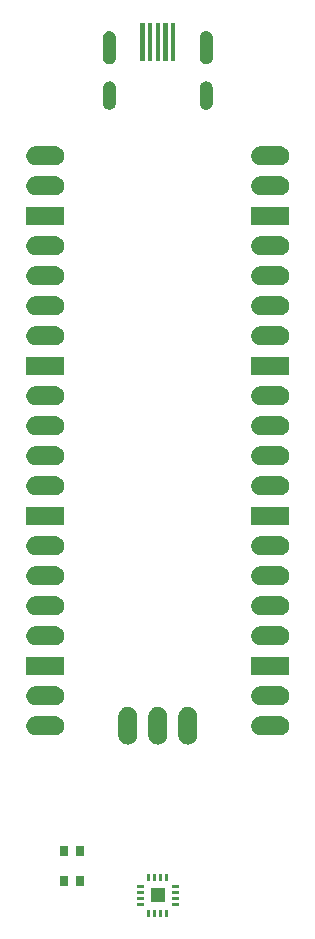
<source format=gtp>
G04 Layer: TopPasteMaskLayer*
G04 EasyEDA v6.5.40, 2024-10-05 13:30:00*
G04 a67cddfb3fce44daa9051d46cbbcc19f,10*
G04 Gerber Generator version 0.2*
G04 Scale: 100 percent, Rotated: No, Reflected: No *
G04 Dimensions in millimeters *
G04 leading zeros omitted , absolute positions ,4 integer and 5 decimal *
%FSLAX45Y45*%
%MOMM*%

%AMMACRO1*4,1,4,-1.5999,-0.8,-1.5999,0.8,1.5999,0.8,1.5999,-0.8,-1.5999,-0.8,0*%
%AMMACRO2*4,1,4,-1.5999,-0.8001,-1.5999,0.8001,1.5999,0.8001,1.5999,-0.8001,-1.5999,-0.8001,0*%
%ADD10R,0.8000X0.9000*%
%ADD11MACRO1*%
%ADD12MACRO2*%

%LPD*%
G36*
X1140002Y1059992D02*
G01*
X1140002Y940003D01*
X1259992Y940003D01*
X1259992Y1059992D01*
G37*
G36*
X1262329Y1179982D02*
G01*
X1262329Y1119987D01*
X1287322Y1119987D01*
X1287322Y1179982D01*
G37*
G36*
X1212342Y1179982D02*
G01*
X1212342Y1119987D01*
X1237335Y1119987D01*
X1237335Y1179982D01*
G37*
G36*
X1162354Y1179982D02*
G01*
X1162354Y1119987D01*
X1187348Y1119987D01*
X1187348Y1179982D01*
G37*
G36*
X1112367Y1179982D02*
G01*
X1112367Y1119987D01*
X1137361Y1119987D01*
X1137361Y1179982D01*
G37*
G36*
X1020013Y1087272D02*
G01*
X1020013Y1062278D01*
X1080008Y1062278D01*
X1080008Y1087272D01*
G37*
G36*
X1020013Y1037285D02*
G01*
X1020013Y1012291D01*
X1080008Y1012291D01*
X1080008Y1037285D01*
G37*
G36*
X1020013Y987298D02*
G01*
X1020013Y962304D01*
X1080008Y962304D01*
X1080008Y987298D01*
G37*
G36*
X1020013Y937310D02*
G01*
X1020013Y912266D01*
X1080008Y912266D01*
X1080008Y937310D01*
G37*
G36*
X1112520Y880008D02*
G01*
X1112520Y820013D01*
X1137513Y820013D01*
X1137513Y880008D01*
G37*
G36*
X1162507Y880008D02*
G01*
X1162507Y820013D01*
X1187500Y820013D01*
X1187500Y880008D01*
G37*
G36*
X1212494Y880008D02*
G01*
X1212494Y820013D01*
X1237488Y820013D01*
X1237488Y880008D01*
G37*
G36*
X1262329Y880008D02*
G01*
X1262329Y820013D01*
X1287322Y820013D01*
X1287322Y880008D01*
G37*
G36*
X1319987Y937310D02*
G01*
X1319987Y912266D01*
X1379982Y912266D01*
X1379982Y937310D01*
G37*
G36*
X1319987Y987298D02*
G01*
X1319987Y962304D01*
X1379982Y962304D01*
X1379982Y987298D01*
G37*
G36*
X1319987Y1037285D02*
G01*
X1319987Y1012291D01*
X1379982Y1012291D01*
X1379982Y1037285D01*
G37*
G36*
X1319987Y1087272D02*
G01*
X1319987Y1062278D01*
X1379982Y1062278D01*
X1379982Y1087272D01*
G37*
G36*
X1052372Y8390128D02*
G01*
X1052372Y8065109D01*
X1087374Y8065109D01*
X1087374Y8390128D01*
G37*
G36*
X1247394Y8390128D02*
G01*
X1247394Y8065109D01*
X1282395Y8065109D01*
X1282395Y8390128D01*
G37*
G36*
X1117396Y8390128D02*
G01*
X1117396Y8065109D01*
X1152398Y8065109D01*
X1152398Y8390128D01*
G37*
G36*
X1182370Y8390128D02*
G01*
X1182370Y8065109D01*
X1217422Y8065109D01*
X1217422Y8390128D01*
G37*
G36*
X1312418Y8390128D02*
G01*
X1312418Y8065109D01*
X1347419Y8065109D01*
X1347419Y8390128D01*
G37*
G36*
X788517Y8317128D02*
G01*
X783082Y8316722D01*
X777646Y8315756D01*
X772363Y8314283D01*
X767283Y8312251D01*
X762406Y8309762D01*
X757783Y8306765D01*
X753516Y8303361D01*
X749554Y8299551D01*
X746048Y8295335D01*
X742950Y8290814D01*
X740359Y8285988D01*
X738225Y8280958D01*
X736600Y8275726D01*
X735533Y8270341D01*
X734974Y8264855D01*
X734872Y8092135D01*
X735177Y8086648D01*
X735990Y8081213D01*
X737362Y8075930D01*
X739190Y8070748D01*
X741578Y8065820D01*
X744474Y8061147D01*
X747776Y8056778D01*
X751484Y8052765D01*
X755599Y8049107D01*
X760069Y8045907D01*
X764794Y8043164D01*
X769823Y8040928D01*
X775004Y8039201D01*
X780338Y8037982D01*
X785774Y8037271D01*
X791260Y8037169D01*
X796747Y8037575D01*
X802132Y8038490D01*
X807415Y8040014D01*
X812495Y8041995D01*
X817422Y8044484D01*
X821994Y8047481D01*
X826312Y8050885D01*
X830224Y8054695D01*
X833729Y8058912D01*
X836828Y8063433D01*
X839469Y8068259D01*
X841603Y8073339D01*
X843178Y8078571D01*
X844296Y8083956D01*
X844803Y8089392D01*
X844905Y8262112D01*
X844600Y8267598D01*
X843787Y8273034D01*
X842467Y8278317D01*
X840587Y8283498D01*
X838200Y8288426D01*
X835355Y8293100D01*
X832053Y8297468D01*
X828294Y8301481D01*
X824179Y8305139D01*
X819759Y8308340D01*
X814984Y8311083D01*
X810006Y8313318D01*
X804773Y8315096D01*
X799439Y8316315D01*
X794004Y8316975D01*
G37*
G36*
X1608531Y8317128D02*
G01*
X1603044Y8316722D01*
X1597660Y8315756D01*
X1592376Y8314283D01*
X1587296Y8312251D01*
X1582369Y8309762D01*
X1577797Y8306765D01*
X1573479Y8303361D01*
X1569567Y8299551D01*
X1566062Y8295335D01*
X1562963Y8290814D01*
X1560322Y8285988D01*
X1558188Y8280958D01*
X1556613Y8275726D01*
X1555496Y8270341D01*
X1554988Y8264855D01*
X1554886Y8092135D01*
X1555191Y8086648D01*
X1556004Y8081213D01*
X1557324Y8075930D01*
X1559204Y8070748D01*
X1561592Y8065820D01*
X1564436Y8061147D01*
X1567738Y8056778D01*
X1571498Y8052765D01*
X1575612Y8049107D01*
X1580032Y8045907D01*
X1584807Y8043164D01*
X1589786Y8040928D01*
X1595018Y8039201D01*
X1600352Y8037982D01*
X1605788Y8037271D01*
X1611274Y8037169D01*
X1616710Y8037575D01*
X1622145Y8038490D01*
X1627428Y8040014D01*
X1632508Y8041995D01*
X1637385Y8044484D01*
X1642008Y8047481D01*
X1646275Y8050885D01*
X1650238Y8054695D01*
X1653743Y8058912D01*
X1656842Y8063433D01*
X1659432Y8068259D01*
X1661566Y8073339D01*
X1663192Y8078571D01*
X1664258Y8083956D01*
X1664817Y8089392D01*
X1664919Y8262112D01*
X1664614Y8267598D01*
X1663801Y8273034D01*
X1662430Y8278317D01*
X1660601Y8283498D01*
X1658213Y8288426D01*
X1655318Y8293100D01*
X1652016Y8297468D01*
X1648307Y8301481D01*
X1644192Y8305139D01*
X1639722Y8308340D01*
X1634998Y8311083D01*
X1629968Y8313318D01*
X1624787Y8315096D01*
X1619453Y8316315D01*
X1614017Y8316975D01*
G37*
G36*
X788517Y7892135D02*
G01*
X783082Y7891729D01*
X777646Y7890764D01*
X772363Y7889290D01*
X767283Y7887258D01*
X762406Y7884769D01*
X757783Y7881772D01*
X753516Y7878368D01*
X749554Y7874558D01*
X746048Y7870342D01*
X742950Y7865821D01*
X740359Y7860995D01*
X738225Y7855966D01*
X736600Y7850682D01*
X735533Y7845348D01*
X734974Y7839862D01*
X734872Y7707122D01*
X735177Y7701635D01*
X735990Y7696250D01*
X737362Y7690916D01*
X739190Y7685786D01*
X741578Y7680807D01*
X744474Y7676134D01*
X747776Y7671765D01*
X751484Y7667752D01*
X755599Y7664145D01*
X760069Y7660944D01*
X764794Y7658201D01*
X769823Y7655915D01*
X775004Y7654188D01*
X780338Y7652969D01*
X785774Y7652308D01*
X791260Y7652156D01*
X796747Y7652562D01*
X802132Y7653528D01*
X807415Y7655001D01*
X812495Y7656982D01*
X817422Y7659522D01*
X821994Y7662468D01*
X826312Y7665872D01*
X830224Y7669733D01*
X833729Y7673898D01*
X836828Y7678470D01*
X839469Y7683246D01*
X841603Y7688325D01*
X843178Y7693558D01*
X844296Y7698943D01*
X844803Y7704378D01*
X844905Y7837119D01*
X844600Y7842605D01*
X843787Y7848041D01*
X842467Y7853324D01*
X840587Y7858506D01*
X838200Y7863433D01*
X835355Y7868107D01*
X832053Y7872475D01*
X828294Y7876489D01*
X824179Y7880146D01*
X819759Y7883347D01*
X814984Y7886090D01*
X810006Y7888325D01*
X804773Y7890052D01*
X799439Y7891322D01*
X794004Y7891983D01*
G37*
G36*
X1608531Y7892135D02*
G01*
X1603044Y7891729D01*
X1597660Y7890764D01*
X1592376Y7889290D01*
X1587296Y7887258D01*
X1582369Y7884769D01*
X1577797Y7881772D01*
X1573479Y7878368D01*
X1569567Y7874558D01*
X1566062Y7870342D01*
X1562963Y7865821D01*
X1560322Y7860995D01*
X1558188Y7855966D01*
X1556613Y7850682D01*
X1555496Y7845348D01*
X1554988Y7839862D01*
X1554886Y7707122D01*
X1555191Y7701635D01*
X1556004Y7696250D01*
X1557324Y7690916D01*
X1559204Y7685786D01*
X1561592Y7680807D01*
X1564436Y7676134D01*
X1567738Y7671765D01*
X1571498Y7667752D01*
X1575612Y7664145D01*
X1580032Y7660944D01*
X1584807Y7658201D01*
X1589786Y7655915D01*
X1595018Y7654188D01*
X1600352Y7652969D01*
X1605788Y7652308D01*
X1611274Y7652156D01*
X1616710Y7652562D01*
X1622145Y7653528D01*
X1627428Y7655001D01*
X1632508Y7656982D01*
X1637385Y7659522D01*
X1642008Y7662468D01*
X1646275Y7665872D01*
X1650238Y7669733D01*
X1653743Y7673898D01*
X1656842Y7678470D01*
X1659432Y7683246D01*
X1661566Y7688325D01*
X1663192Y7693558D01*
X1664258Y7698943D01*
X1664817Y7704378D01*
X1664919Y7837119D01*
X1664614Y7842605D01*
X1663801Y7848041D01*
X1662430Y7853324D01*
X1660601Y7858506D01*
X1658213Y7863433D01*
X1655318Y7868107D01*
X1652016Y7872475D01*
X1648307Y7876489D01*
X1644192Y7880146D01*
X1639722Y7883347D01*
X1634998Y7886090D01*
X1629968Y7888325D01*
X1624787Y7890052D01*
X1619453Y7891322D01*
X1614017Y7891983D01*
G37*
D10*
G01*
X544982Y1374902D03*
G01*
X404977Y1374902D03*
G36*
X2072386Y7182865D02*
G01*
X2062759Y7183450D01*
X2053259Y7185202D01*
X2044014Y7188072D01*
X2035225Y7192035D01*
X2026945Y7197039D01*
X2019350Y7202982D01*
X2012518Y7209815D01*
X2006549Y7217435D01*
X2001545Y7225690D01*
X1997583Y7234504D01*
X1994712Y7243724D01*
X1992985Y7253223D01*
X1992401Y7262876D01*
X1992985Y7272502D01*
X1994712Y7282027D01*
X1997583Y7291247D01*
X2001545Y7300061D01*
X2006549Y7308316D01*
X2012518Y7315911D01*
X2019350Y7322743D01*
X2026945Y7328712D01*
X2035225Y7333716D01*
X2044014Y7337679D01*
X2053259Y7340549D01*
X2062759Y7342276D01*
X2072386Y7342860D01*
X2232406Y7342860D01*
X2242032Y7342276D01*
X2251532Y7340549D01*
X2260752Y7337679D01*
X2269566Y7333716D01*
X2277846Y7328712D01*
X2285441Y7322743D01*
X2292273Y7315911D01*
X2298242Y7308316D01*
X2303221Y7300061D01*
X2307183Y7291247D01*
X2310079Y7282027D01*
X2311806Y7272502D01*
X2312390Y7262876D01*
X2311806Y7253223D01*
X2310079Y7243724D01*
X2307183Y7234504D01*
X2303221Y7225690D01*
X2298242Y7217435D01*
X2292273Y7209815D01*
X2285441Y7202982D01*
X2277846Y7197039D01*
X2269566Y7192035D01*
X2260752Y7188072D01*
X2251532Y7185202D01*
X2242032Y7183450D01*
X2232406Y7182865D01*
G37*
G36*
X2072386Y6928865D02*
G01*
X2062759Y6929450D01*
X2053259Y6931202D01*
X2044014Y6934072D01*
X2035225Y6938035D01*
X2026945Y6943039D01*
X2019350Y6948982D01*
X2012518Y6955815D01*
X2006549Y6963435D01*
X2001545Y6971690D01*
X1997583Y6980504D01*
X1994712Y6989724D01*
X1992985Y6999223D01*
X1992401Y7008876D01*
X1992985Y7018502D01*
X1994712Y7028027D01*
X1997583Y7037247D01*
X2001545Y7046061D01*
X2006549Y7054316D01*
X2012518Y7061911D01*
X2019350Y7068743D01*
X2026945Y7074712D01*
X2035225Y7079716D01*
X2044014Y7083679D01*
X2053259Y7086549D01*
X2062759Y7088276D01*
X2072386Y7088860D01*
X2232406Y7088860D01*
X2242032Y7088276D01*
X2251532Y7086549D01*
X2260752Y7083679D01*
X2269566Y7079716D01*
X2277846Y7074712D01*
X2285441Y7068743D01*
X2292273Y7061911D01*
X2298242Y7054316D01*
X2303221Y7046061D01*
X2307183Y7037247D01*
X2310079Y7028027D01*
X2311806Y7018502D01*
X2312390Y7008876D01*
X2311806Y6999223D01*
X2310079Y6989724D01*
X2307183Y6980504D01*
X2303221Y6971690D01*
X2298242Y6963435D01*
X2292273Y6955815D01*
X2285441Y6948982D01*
X2277846Y6943039D01*
X2269566Y6938035D01*
X2260752Y6934072D01*
X2251532Y6931202D01*
X2242032Y6929450D01*
X2232406Y6928865D01*
G37*
D11*
G01*
X2152395Y6754863D03*
G36*
X2072386Y6420865D02*
G01*
X2062759Y6421450D01*
X2053259Y6423202D01*
X2044014Y6426072D01*
X2035225Y6430035D01*
X2026945Y6435039D01*
X2019350Y6440982D01*
X2012518Y6447815D01*
X2006549Y6455435D01*
X2001545Y6463690D01*
X1997583Y6472504D01*
X1994712Y6481724D01*
X1992985Y6491223D01*
X1992401Y6500876D01*
X1992985Y6510528D01*
X1994712Y6520027D01*
X1997583Y6529247D01*
X2001545Y6538061D01*
X2006549Y6546316D01*
X2012518Y6553911D01*
X2019350Y6560743D01*
X2026945Y6566712D01*
X2035225Y6571716D01*
X2044014Y6575679D01*
X2053259Y6578549D01*
X2062759Y6580301D01*
X2072386Y6580860D01*
X2232406Y6580860D01*
X2242032Y6580301D01*
X2251532Y6578549D01*
X2260752Y6575679D01*
X2269566Y6571716D01*
X2277846Y6566712D01*
X2285441Y6560743D01*
X2292273Y6553911D01*
X2298242Y6546316D01*
X2303221Y6538061D01*
X2307183Y6529247D01*
X2310079Y6520027D01*
X2311806Y6510528D01*
X2312390Y6500876D01*
X2311806Y6491223D01*
X2310079Y6481724D01*
X2307183Y6472504D01*
X2303221Y6463690D01*
X2298242Y6455435D01*
X2292273Y6447815D01*
X2285441Y6440982D01*
X2277846Y6435039D01*
X2269566Y6430035D01*
X2260752Y6426072D01*
X2251532Y6423202D01*
X2242032Y6421450D01*
X2232406Y6420865D01*
G37*
G36*
X2072386Y6166865D02*
G01*
X2062759Y6167450D01*
X2053259Y6169202D01*
X2044014Y6172072D01*
X2035225Y6176035D01*
X2026945Y6181039D01*
X2019350Y6186982D01*
X2012518Y6193815D01*
X2006549Y6201435D01*
X2001545Y6209690D01*
X1997583Y6218504D01*
X1994712Y6227724D01*
X1992985Y6237223D01*
X1992401Y6246876D01*
X1992985Y6256528D01*
X1994712Y6266027D01*
X1997583Y6275247D01*
X2001545Y6284061D01*
X2006549Y6292316D01*
X2012518Y6299911D01*
X2019350Y6306743D01*
X2026945Y6312712D01*
X2035225Y6317716D01*
X2044014Y6321679D01*
X2053259Y6324549D01*
X2062759Y6326301D01*
X2072386Y6326860D01*
X2232406Y6326860D01*
X2242032Y6326301D01*
X2251532Y6324549D01*
X2260752Y6321679D01*
X2269566Y6317716D01*
X2277846Y6312712D01*
X2285441Y6306743D01*
X2292273Y6299911D01*
X2298242Y6292316D01*
X2303221Y6284061D01*
X2307183Y6275247D01*
X2310079Y6266027D01*
X2311806Y6256528D01*
X2312390Y6246876D01*
X2311806Y6237223D01*
X2310079Y6227724D01*
X2307183Y6218504D01*
X2303221Y6209690D01*
X2298242Y6201435D01*
X2292273Y6193815D01*
X2285441Y6186982D01*
X2277846Y6181039D01*
X2269566Y6176035D01*
X2260752Y6172072D01*
X2251532Y6169202D01*
X2242032Y6167450D01*
X2232406Y6166865D01*
G37*
G36*
X2072386Y5912865D02*
G01*
X2062759Y5913450D01*
X2053259Y5915202D01*
X2044014Y5918072D01*
X2035225Y5922035D01*
X2026945Y5927039D01*
X2019350Y5932982D01*
X2012518Y5939815D01*
X2006549Y5947435D01*
X2001545Y5955690D01*
X1997583Y5964504D01*
X1994712Y5973724D01*
X1992985Y5983223D01*
X1992401Y5992876D01*
X1992985Y6002528D01*
X1994712Y6012027D01*
X1997583Y6021247D01*
X2001545Y6030061D01*
X2006549Y6038316D01*
X2012518Y6045911D01*
X2019350Y6052743D01*
X2026945Y6058712D01*
X2035225Y6063716D01*
X2044014Y6067679D01*
X2053259Y6070549D01*
X2062759Y6072301D01*
X2072386Y6072886D01*
X2232406Y6072886D01*
X2242032Y6072301D01*
X2251532Y6070549D01*
X2260752Y6067679D01*
X2269566Y6063716D01*
X2277846Y6058712D01*
X2285441Y6052743D01*
X2292273Y6045911D01*
X2298242Y6038316D01*
X2303221Y6030061D01*
X2307183Y6021247D01*
X2310079Y6012027D01*
X2311806Y6002528D01*
X2312390Y5992876D01*
X2311806Y5983223D01*
X2310079Y5973724D01*
X2307183Y5964504D01*
X2303221Y5955690D01*
X2298242Y5947435D01*
X2292273Y5939815D01*
X2285441Y5932982D01*
X2277846Y5927039D01*
X2269566Y5922035D01*
X2260752Y5918072D01*
X2251532Y5915202D01*
X2242032Y5913450D01*
X2232406Y5912865D01*
G37*
G36*
X2072386Y5658865D02*
G01*
X2062759Y5659450D01*
X2053259Y5661202D01*
X2044014Y5664072D01*
X2035225Y5668035D01*
X2026945Y5673039D01*
X2019350Y5678982D01*
X2012518Y5685815D01*
X2006549Y5693435D01*
X2001545Y5701690D01*
X1997583Y5710504D01*
X1994712Y5719724D01*
X1992985Y5729223D01*
X1992401Y5738876D01*
X1992985Y5748528D01*
X1994712Y5758027D01*
X1997583Y5767247D01*
X2001545Y5776061D01*
X2006549Y5784316D01*
X2012518Y5791936D01*
X2019350Y5798743D01*
X2026945Y5804712D01*
X2035225Y5809716D01*
X2044014Y5813679D01*
X2053259Y5816549D01*
X2062759Y5818301D01*
X2072386Y5818886D01*
X2232406Y5818886D01*
X2242032Y5818301D01*
X2251532Y5816549D01*
X2260752Y5813679D01*
X2269566Y5809716D01*
X2277846Y5804712D01*
X2285441Y5798743D01*
X2292273Y5791936D01*
X2298242Y5784316D01*
X2303221Y5776061D01*
X2307183Y5767247D01*
X2310079Y5758027D01*
X2311806Y5748528D01*
X2312390Y5738876D01*
X2311806Y5729223D01*
X2310079Y5719724D01*
X2307183Y5710504D01*
X2303221Y5701690D01*
X2298242Y5693435D01*
X2292273Y5685815D01*
X2285441Y5678982D01*
X2277846Y5673039D01*
X2269566Y5668035D01*
X2260752Y5664072D01*
X2251532Y5661202D01*
X2242032Y5659450D01*
X2232406Y5658865D01*
G37*
D12*
G01*
X2152395Y5484876D03*
G36*
X2072386Y5150865D02*
G01*
X2062759Y5151450D01*
X2053259Y5153202D01*
X2044014Y5156072D01*
X2035225Y5160035D01*
X2026945Y5165039D01*
X2019350Y5170982D01*
X2012518Y5177815D01*
X2006549Y5185435D01*
X2001545Y5193690D01*
X1997583Y5202504D01*
X1994712Y5211724D01*
X1992985Y5221223D01*
X1992401Y5230876D01*
X1992985Y5240528D01*
X1994712Y5250027D01*
X1997583Y5259247D01*
X2001545Y5268061D01*
X2006549Y5276316D01*
X2012518Y5283936D01*
X2019350Y5290743D01*
X2026945Y5296712D01*
X2035225Y5301716D01*
X2044014Y5305679D01*
X2053259Y5308549D01*
X2062759Y5310301D01*
X2072386Y5310886D01*
X2232406Y5310886D01*
X2242032Y5310301D01*
X2251532Y5308549D01*
X2260752Y5305679D01*
X2269566Y5301716D01*
X2277846Y5296712D01*
X2285441Y5290743D01*
X2292273Y5283936D01*
X2298242Y5276316D01*
X2303221Y5268061D01*
X2307183Y5259247D01*
X2310079Y5250027D01*
X2311806Y5240528D01*
X2312390Y5230876D01*
X2311806Y5221223D01*
X2310079Y5211724D01*
X2307183Y5202504D01*
X2303221Y5193690D01*
X2298242Y5185435D01*
X2292273Y5177815D01*
X2285441Y5170982D01*
X2277846Y5165039D01*
X2269566Y5160035D01*
X2260752Y5156072D01*
X2251532Y5153202D01*
X2242032Y5151450D01*
X2232406Y5150865D01*
G37*
G36*
X2072386Y4896865D02*
G01*
X2062759Y4897450D01*
X2053259Y4899202D01*
X2044014Y4902072D01*
X2035225Y4906035D01*
X2026945Y4911039D01*
X2019350Y4916982D01*
X2012518Y4923815D01*
X2006549Y4931435D01*
X2001545Y4939690D01*
X1997583Y4948504D01*
X1994712Y4957724D01*
X1992985Y4967223D01*
X1992401Y4976876D01*
X1992985Y4986528D01*
X1994712Y4996027D01*
X1997583Y5005247D01*
X2001545Y5014061D01*
X2006549Y5022316D01*
X2012518Y5029936D01*
X2019350Y5036743D01*
X2026945Y5042712D01*
X2035225Y5047716D01*
X2044014Y5051679D01*
X2053259Y5054549D01*
X2062759Y5056301D01*
X2072386Y5056886D01*
X2232406Y5056886D01*
X2242032Y5056301D01*
X2251532Y5054549D01*
X2260752Y5051679D01*
X2269566Y5047716D01*
X2277846Y5042712D01*
X2285441Y5036743D01*
X2292273Y5029936D01*
X2298242Y5022316D01*
X2303221Y5014061D01*
X2307183Y5005247D01*
X2310079Y4996027D01*
X2311806Y4986528D01*
X2312390Y4976876D01*
X2311806Y4967223D01*
X2310079Y4957724D01*
X2307183Y4948504D01*
X2303221Y4939690D01*
X2298242Y4931435D01*
X2292273Y4923815D01*
X2285441Y4916982D01*
X2277846Y4911039D01*
X2269566Y4906035D01*
X2260752Y4902072D01*
X2251532Y4899202D01*
X2242032Y4897450D01*
X2232406Y4896865D01*
G37*
G36*
X2072386Y4642865D02*
G01*
X2062759Y4643450D01*
X2053259Y4645202D01*
X2044014Y4648072D01*
X2035225Y4652035D01*
X2026945Y4657039D01*
X2019350Y4663008D01*
X2012518Y4669815D01*
X2006549Y4677435D01*
X2001545Y4685690D01*
X1997583Y4694504D01*
X1994712Y4703724D01*
X1992985Y4713223D01*
X1992401Y4722876D01*
X1992985Y4732528D01*
X1994712Y4742027D01*
X1997583Y4751247D01*
X2001545Y4760061D01*
X2006549Y4768316D01*
X2012518Y4775936D01*
X2019350Y4782769D01*
X2026945Y4788712D01*
X2035225Y4793716D01*
X2044014Y4797679D01*
X2053259Y4800549D01*
X2062759Y4802301D01*
X2072386Y4802886D01*
X2232406Y4802886D01*
X2242032Y4802301D01*
X2251532Y4800549D01*
X2260752Y4797679D01*
X2269566Y4793716D01*
X2277846Y4788712D01*
X2285441Y4782769D01*
X2292273Y4775936D01*
X2298242Y4768316D01*
X2303221Y4760061D01*
X2307183Y4751247D01*
X2310079Y4742027D01*
X2311806Y4732528D01*
X2312390Y4722876D01*
X2311806Y4713223D01*
X2310079Y4703724D01*
X2307183Y4694504D01*
X2303221Y4685690D01*
X2298242Y4677435D01*
X2292273Y4669815D01*
X2285441Y4663008D01*
X2277846Y4657039D01*
X2269566Y4652035D01*
X2260752Y4648072D01*
X2251532Y4645202D01*
X2242032Y4643450D01*
X2232406Y4642865D01*
G37*
G36*
X2072386Y4388865D02*
G01*
X2062759Y4389450D01*
X2053259Y4391202D01*
X2044014Y4394072D01*
X2035225Y4398035D01*
X2026945Y4403039D01*
X2019350Y4409008D01*
X2012518Y4415815D01*
X2006549Y4423435D01*
X2001545Y4431690D01*
X1997583Y4440504D01*
X1994712Y4449724D01*
X1992985Y4459223D01*
X1992401Y4468876D01*
X1992985Y4478528D01*
X1994712Y4488027D01*
X1997583Y4497247D01*
X2001545Y4506061D01*
X2006549Y4514316D01*
X2012518Y4521936D01*
X2019350Y4528769D01*
X2026945Y4534712D01*
X2035225Y4539716D01*
X2044014Y4543679D01*
X2053259Y4546549D01*
X2062759Y4548301D01*
X2072386Y4548886D01*
X2232406Y4548886D01*
X2242032Y4548301D01*
X2251532Y4546549D01*
X2260752Y4543679D01*
X2269566Y4539716D01*
X2277846Y4534712D01*
X2285441Y4528769D01*
X2292273Y4521936D01*
X2298242Y4514316D01*
X2303221Y4506061D01*
X2307183Y4497247D01*
X2310079Y4488027D01*
X2311806Y4478528D01*
X2312390Y4468876D01*
X2311806Y4459223D01*
X2310079Y4449724D01*
X2307183Y4440504D01*
X2303221Y4431690D01*
X2298242Y4423435D01*
X2292273Y4415815D01*
X2285441Y4409008D01*
X2277846Y4403039D01*
X2269566Y4398035D01*
X2260752Y4394072D01*
X2251532Y4391202D01*
X2242032Y4389450D01*
X2232406Y4388865D01*
G37*
G01*
X2152395Y4214876D03*
G36*
X2072386Y3880865D02*
G01*
X2062759Y3881450D01*
X2053259Y3883202D01*
X2044014Y3886072D01*
X2035225Y3890035D01*
X2026945Y3895039D01*
X2019350Y3901008D01*
X2012518Y3907815D01*
X2006549Y3915435D01*
X2001545Y3923690D01*
X1997583Y3932504D01*
X1994712Y3941724D01*
X1992985Y3951223D01*
X1992401Y3960876D01*
X1992985Y3970528D01*
X1994712Y3980027D01*
X1997583Y3989247D01*
X2001545Y3998061D01*
X2006549Y4006316D01*
X2012518Y4013936D01*
X2019350Y4020769D01*
X2026945Y4026712D01*
X2035225Y4031716D01*
X2044014Y4035679D01*
X2053259Y4038549D01*
X2062759Y4040301D01*
X2072386Y4040886D01*
X2232406Y4040886D01*
X2242032Y4040301D01*
X2251532Y4038549D01*
X2260752Y4035679D01*
X2269566Y4031716D01*
X2277846Y4026712D01*
X2285441Y4020769D01*
X2292273Y4013936D01*
X2298242Y4006316D01*
X2303221Y3998061D01*
X2307183Y3989247D01*
X2310079Y3980027D01*
X2311806Y3970528D01*
X2312390Y3960876D01*
X2311806Y3951223D01*
X2310079Y3941724D01*
X2307183Y3932504D01*
X2303221Y3923690D01*
X2298242Y3915435D01*
X2292273Y3907815D01*
X2285441Y3901008D01*
X2277846Y3895039D01*
X2269566Y3890035D01*
X2260752Y3886072D01*
X2251532Y3883202D01*
X2242032Y3881450D01*
X2232406Y3880865D01*
G37*
G36*
X2072386Y3626865D02*
G01*
X2062759Y3627450D01*
X2053259Y3629202D01*
X2044014Y3632072D01*
X2035225Y3636035D01*
X2026945Y3641039D01*
X2019350Y3647008D01*
X2012518Y3653840D01*
X2006549Y3661435D01*
X2001545Y3669690D01*
X1997583Y3678504D01*
X1994712Y3687724D01*
X1992985Y3697223D01*
X1992401Y3706876D01*
X1992985Y3716528D01*
X1994712Y3726027D01*
X1997583Y3735247D01*
X2001545Y3744061D01*
X2006549Y3752316D01*
X2012518Y3759936D01*
X2019350Y3766769D01*
X2026945Y3772712D01*
X2035225Y3777716D01*
X2044014Y3781679D01*
X2053259Y3784549D01*
X2062759Y3786301D01*
X2072386Y3786886D01*
X2232406Y3786886D01*
X2242032Y3786301D01*
X2251532Y3784549D01*
X2260752Y3781679D01*
X2269566Y3777716D01*
X2277846Y3772712D01*
X2285441Y3766769D01*
X2292273Y3759936D01*
X2298242Y3752316D01*
X2303221Y3744061D01*
X2307183Y3735247D01*
X2310079Y3726027D01*
X2311806Y3716528D01*
X2312390Y3706876D01*
X2311806Y3697223D01*
X2310079Y3687724D01*
X2307183Y3678504D01*
X2303221Y3669690D01*
X2298242Y3661435D01*
X2292273Y3653840D01*
X2285441Y3647008D01*
X2277846Y3641039D01*
X2269566Y3636035D01*
X2260752Y3632072D01*
X2251532Y3629202D01*
X2242032Y3627450D01*
X2232406Y3626865D01*
G37*
G36*
X2072386Y3372891D02*
G01*
X2062759Y3373450D01*
X2053259Y3375202D01*
X2044014Y3378072D01*
X2035225Y3382035D01*
X2026945Y3387039D01*
X2019350Y3393008D01*
X2012518Y3399840D01*
X2006549Y3407435D01*
X2001545Y3415690D01*
X1997583Y3424504D01*
X1994712Y3433724D01*
X1992985Y3443223D01*
X1992401Y3452876D01*
X1992985Y3462528D01*
X1994712Y3472027D01*
X1997583Y3481247D01*
X2001545Y3490061D01*
X2006549Y3498316D01*
X2012518Y3505936D01*
X2019350Y3512769D01*
X2026945Y3518712D01*
X2035225Y3523716D01*
X2044014Y3527679D01*
X2053259Y3530549D01*
X2062759Y3532301D01*
X2072386Y3532886D01*
X2232406Y3532886D01*
X2242032Y3532301D01*
X2251532Y3530549D01*
X2260752Y3527679D01*
X2269566Y3523716D01*
X2277846Y3518712D01*
X2285441Y3512769D01*
X2292273Y3505936D01*
X2298242Y3498316D01*
X2303221Y3490061D01*
X2307183Y3481247D01*
X2310079Y3472027D01*
X2311806Y3462528D01*
X2312390Y3452876D01*
X2311806Y3443223D01*
X2310079Y3433724D01*
X2307183Y3424504D01*
X2303221Y3415690D01*
X2298242Y3407435D01*
X2292273Y3399840D01*
X2285441Y3393008D01*
X2277846Y3387039D01*
X2269566Y3382035D01*
X2260752Y3378072D01*
X2251532Y3375202D01*
X2242032Y3373450D01*
X2232406Y3372891D01*
G37*
G36*
X2072386Y3118891D02*
G01*
X2062759Y3119450D01*
X2053259Y3121202D01*
X2044014Y3124072D01*
X2035225Y3128035D01*
X2026945Y3133039D01*
X2019350Y3139008D01*
X2012518Y3145840D01*
X2006549Y3153435D01*
X2001545Y3161690D01*
X1997583Y3170504D01*
X1994712Y3179724D01*
X1992985Y3189223D01*
X1992401Y3198876D01*
X1992985Y3208528D01*
X1994712Y3218027D01*
X1997583Y3227247D01*
X2001545Y3236061D01*
X2006549Y3244316D01*
X2012518Y3251936D01*
X2019350Y3258769D01*
X2026945Y3264712D01*
X2035225Y3269716D01*
X2044014Y3273679D01*
X2053259Y3276549D01*
X2062759Y3278301D01*
X2072386Y3278886D01*
X2232406Y3278886D01*
X2242032Y3278301D01*
X2251532Y3276549D01*
X2260752Y3273679D01*
X2269566Y3269716D01*
X2277846Y3264712D01*
X2285441Y3258769D01*
X2292273Y3251936D01*
X2298242Y3244316D01*
X2303221Y3236061D01*
X2307183Y3227247D01*
X2310079Y3218027D01*
X2311806Y3208528D01*
X2312390Y3198876D01*
X2311806Y3189223D01*
X2310079Y3179724D01*
X2307183Y3170504D01*
X2303221Y3161690D01*
X2298242Y3153435D01*
X2292273Y3145840D01*
X2285441Y3139008D01*
X2277846Y3133039D01*
X2269566Y3128035D01*
X2260752Y3124072D01*
X2251532Y3121202D01*
X2242032Y3119450D01*
X2232406Y3118891D01*
G37*
D11*
G01*
X2152395Y2944888D03*
G36*
X2072386Y2610891D02*
G01*
X2062759Y2611475D01*
X2053259Y2613202D01*
X2044014Y2616072D01*
X2035225Y2620035D01*
X2026945Y2625039D01*
X2019350Y2631008D01*
X2012518Y2637840D01*
X2006549Y2645435D01*
X2001545Y2653690D01*
X1997583Y2662504D01*
X1994712Y2671724D01*
X1992985Y2681249D01*
X1992401Y2690876D01*
X1992985Y2700528D01*
X1994712Y2710027D01*
X1997583Y2719247D01*
X2001545Y2728061D01*
X2006549Y2736316D01*
X2012518Y2743936D01*
X2019350Y2750769D01*
X2026945Y2756712D01*
X2035225Y2761716D01*
X2044014Y2765679D01*
X2053259Y2768549D01*
X2062759Y2770301D01*
X2072386Y2770886D01*
X2232406Y2770886D01*
X2242032Y2770301D01*
X2251532Y2768549D01*
X2260752Y2765679D01*
X2269566Y2761716D01*
X2277846Y2756712D01*
X2285441Y2750769D01*
X2292273Y2743936D01*
X2298242Y2736316D01*
X2303221Y2728061D01*
X2307183Y2719247D01*
X2310079Y2710027D01*
X2311806Y2700528D01*
X2312390Y2690876D01*
X2311806Y2681249D01*
X2310079Y2671724D01*
X2307183Y2662504D01*
X2303221Y2653690D01*
X2298242Y2645435D01*
X2292273Y2637840D01*
X2285441Y2631008D01*
X2277846Y2625039D01*
X2269566Y2620035D01*
X2260752Y2616072D01*
X2251532Y2613202D01*
X2242032Y2611475D01*
X2232406Y2610891D01*
G37*
G36*
X2072386Y2356891D02*
G01*
X2062759Y2357475D01*
X2053259Y2359202D01*
X2044014Y2362072D01*
X2035225Y2366035D01*
X2026945Y2371039D01*
X2019350Y2377008D01*
X2012518Y2383840D01*
X2006549Y2391435D01*
X2001545Y2399690D01*
X1997583Y2408504D01*
X1994712Y2417724D01*
X1992985Y2427249D01*
X1992401Y2436876D01*
X1992985Y2446528D01*
X1994712Y2456027D01*
X1997583Y2465247D01*
X2001545Y2474061D01*
X2006549Y2482316D01*
X2012518Y2489936D01*
X2019350Y2496769D01*
X2026945Y2502712D01*
X2035225Y2507716D01*
X2044014Y2511679D01*
X2053259Y2514549D01*
X2062759Y2516301D01*
X2072386Y2516886D01*
X2232406Y2516886D01*
X2242032Y2516301D01*
X2251532Y2514549D01*
X2260752Y2511679D01*
X2269566Y2507716D01*
X2277846Y2502712D01*
X2285441Y2496769D01*
X2292273Y2489936D01*
X2298242Y2482316D01*
X2303221Y2474061D01*
X2307183Y2465247D01*
X2310079Y2456027D01*
X2311806Y2446528D01*
X2312390Y2436876D01*
X2311806Y2427249D01*
X2310079Y2417724D01*
X2307183Y2408504D01*
X2303221Y2399690D01*
X2298242Y2391435D01*
X2292273Y2383840D01*
X2285441Y2377008D01*
X2277846Y2371039D01*
X2269566Y2366035D01*
X2260752Y2362072D01*
X2251532Y2359202D01*
X2242032Y2357475D01*
X2232406Y2356891D01*
G37*
G36*
X167386Y2356891D02*
G01*
X157759Y2357475D01*
X148259Y2359202D01*
X139039Y2362072D01*
X130225Y2366035D01*
X121945Y2371039D01*
X114350Y2377008D01*
X107518Y2383840D01*
X101549Y2391435D01*
X96570Y2399690D01*
X92608Y2408504D01*
X89712Y2417724D01*
X87985Y2427249D01*
X87401Y2436876D01*
X87985Y2446528D01*
X89712Y2456027D01*
X92608Y2465247D01*
X96570Y2474061D01*
X101549Y2482316D01*
X107518Y2489936D01*
X114350Y2496769D01*
X121945Y2502712D01*
X130225Y2507716D01*
X139039Y2511679D01*
X148259Y2514549D01*
X157759Y2516301D01*
X167386Y2516886D01*
X327405Y2516886D01*
X337032Y2516301D01*
X346532Y2514549D01*
X355777Y2511679D01*
X364566Y2507716D01*
X372846Y2502712D01*
X380441Y2496769D01*
X387273Y2489936D01*
X393242Y2482316D01*
X398246Y2474061D01*
X402209Y2465247D01*
X405079Y2456027D01*
X406806Y2446528D01*
X407390Y2436876D01*
X406806Y2427249D01*
X405079Y2417724D01*
X402209Y2408504D01*
X398246Y2399690D01*
X393242Y2391435D01*
X387273Y2383840D01*
X380441Y2377008D01*
X372846Y2371039D01*
X364566Y2366035D01*
X355777Y2362072D01*
X346532Y2359202D01*
X337032Y2357475D01*
X327405Y2356891D01*
G37*
G36*
X167386Y2610891D02*
G01*
X157759Y2611475D01*
X148259Y2613202D01*
X139039Y2616072D01*
X130225Y2620035D01*
X121945Y2625039D01*
X114350Y2631008D01*
X107518Y2637840D01*
X101549Y2645435D01*
X96570Y2653690D01*
X92608Y2662504D01*
X89712Y2671724D01*
X87985Y2681249D01*
X87401Y2690876D01*
X87985Y2700528D01*
X89712Y2710027D01*
X92608Y2719247D01*
X96570Y2728061D01*
X101549Y2736316D01*
X107518Y2743936D01*
X114350Y2750769D01*
X121945Y2756712D01*
X130225Y2761716D01*
X139039Y2765679D01*
X148259Y2768549D01*
X157759Y2770301D01*
X167386Y2770886D01*
X327405Y2770886D01*
X337032Y2770301D01*
X346532Y2768549D01*
X355777Y2765679D01*
X364566Y2761716D01*
X372846Y2756712D01*
X380441Y2750769D01*
X387273Y2743936D01*
X393242Y2736316D01*
X398246Y2728061D01*
X402209Y2719247D01*
X405079Y2710027D01*
X406806Y2700528D01*
X407390Y2690876D01*
X406806Y2681249D01*
X405079Y2671724D01*
X402209Y2662504D01*
X398246Y2653690D01*
X393242Y2645435D01*
X387273Y2637840D01*
X380441Y2631008D01*
X372846Y2625039D01*
X364566Y2620035D01*
X355777Y2616072D01*
X346532Y2613202D01*
X337032Y2611475D01*
X327405Y2610891D01*
G37*
G01*
X247396Y2944888D03*
G36*
X167386Y3118891D02*
G01*
X157759Y3119450D01*
X148259Y3121202D01*
X139039Y3124072D01*
X130225Y3128035D01*
X121945Y3133039D01*
X114350Y3139008D01*
X107518Y3145840D01*
X101549Y3153435D01*
X96570Y3161690D01*
X92608Y3170504D01*
X89712Y3179724D01*
X87985Y3189223D01*
X87401Y3198876D01*
X87985Y3208528D01*
X89712Y3218027D01*
X92608Y3227247D01*
X96570Y3236061D01*
X101549Y3244316D01*
X107518Y3251936D01*
X114350Y3258769D01*
X121945Y3264712D01*
X130225Y3269716D01*
X139039Y3273679D01*
X148259Y3276549D01*
X157759Y3278301D01*
X167386Y3278886D01*
X327405Y3278886D01*
X337032Y3278301D01*
X346532Y3276549D01*
X355777Y3273679D01*
X364566Y3269716D01*
X372846Y3264712D01*
X380441Y3258769D01*
X387273Y3251936D01*
X393242Y3244316D01*
X398246Y3236061D01*
X402209Y3227247D01*
X405079Y3218027D01*
X406806Y3208528D01*
X407390Y3198876D01*
X406806Y3189223D01*
X405079Y3179724D01*
X402209Y3170504D01*
X398246Y3161690D01*
X393242Y3153435D01*
X387273Y3145840D01*
X380441Y3139008D01*
X372846Y3133039D01*
X364566Y3128035D01*
X355777Y3124072D01*
X346532Y3121202D01*
X337032Y3119450D01*
X327405Y3118891D01*
G37*
G36*
X167386Y3372891D02*
G01*
X157759Y3373450D01*
X148259Y3375202D01*
X139039Y3378072D01*
X130225Y3382035D01*
X121945Y3387039D01*
X114350Y3393008D01*
X107518Y3399840D01*
X101549Y3407435D01*
X96570Y3415690D01*
X92608Y3424504D01*
X89712Y3433724D01*
X87985Y3443223D01*
X87401Y3452876D01*
X87985Y3462528D01*
X89712Y3472027D01*
X92608Y3481247D01*
X96570Y3490061D01*
X101549Y3498316D01*
X107518Y3505936D01*
X114350Y3512769D01*
X121945Y3518712D01*
X130225Y3523716D01*
X139039Y3527679D01*
X148259Y3530549D01*
X157759Y3532301D01*
X167386Y3532886D01*
X327405Y3532886D01*
X337032Y3532301D01*
X346532Y3530549D01*
X355777Y3527679D01*
X364566Y3523716D01*
X372846Y3518712D01*
X380441Y3512769D01*
X387273Y3505936D01*
X393242Y3498316D01*
X398246Y3490061D01*
X402209Y3481247D01*
X405079Y3472027D01*
X406806Y3462528D01*
X407390Y3452876D01*
X406806Y3443223D01*
X405079Y3433724D01*
X402209Y3424504D01*
X398246Y3415690D01*
X393242Y3407435D01*
X387273Y3399840D01*
X380441Y3393008D01*
X372846Y3387039D01*
X364566Y3382035D01*
X355777Y3378072D01*
X346532Y3375202D01*
X337032Y3373450D01*
X327405Y3372891D01*
G37*
G36*
X167386Y3626865D02*
G01*
X157759Y3627450D01*
X148259Y3629202D01*
X139039Y3632072D01*
X130225Y3636035D01*
X121945Y3641039D01*
X114350Y3647008D01*
X107518Y3653840D01*
X101549Y3661435D01*
X96570Y3669690D01*
X92608Y3678504D01*
X89712Y3687724D01*
X87985Y3697223D01*
X87401Y3706876D01*
X87985Y3716528D01*
X89712Y3726027D01*
X92608Y3735247D01*
X96570Y3744061D01*
X101549Y3752316D01*
X107518Y3759936D01*
X114350Y3766769D01*
X121945Y3772712D01*
X130225Y3777716D01*
X139039Y3781679D01*
X148259Y3784549D01*
X157759Y3786301D01*
X167386Y3786886D01*
X327405Y3786886D01*
X337032Y3786301D01*
X346532Y3784549D01*
X355777Y3781679D01*
X364566Y3777716D01*
X372846Y3772712D01*
X380441Y3766769D01*
X387273Y3759936D01*
X393242Y3752316D01*
X398246Y3744061D01*
X402209Y3735247D01*
X405079Y3726027D01*
X406806Y3716528D01*
X407390Y3706876D01*
X406806Y3697223D01*
X405079Y3687724D01*
X402209Y3678504D01*
X398246Y3669690D01*
X393242Y3661435D01*
X387273Y3653840D01*
X380441Y3647008D01*
X372846Y3641039D01*
X364566Y3636035D01*
X355777Y3632072D01*
X346532Y3629202D01*
X337032Y3627450D01*
X327405Y3626865D01*
G37*
G36*
X167386Y3880865D02*
G01*
X157759Y3881450D01*
X148259Y3883202D01*
X139039Y3886072D01*
X130225Y3890035D01*
X121945Y3895039D01*
X114350Y3901008D01*
X107518Y3907815D01*
X101549Y3915435D01*
X96570Y3923690D01*
X92608Y3932504D01*
X89712Y3941724D01*
X87985Y3951223D01*
X87401Y3960876D01*
X87985Y3970528D01*
X89712Y3980027D01*
X92608Y3989247D01*
X96570Y3998061D01*
X101549Y4006316D01*
X107518Y4013936D01*
X114350Y4020769D01*
X121945Y4026712D01*
X130225Y4031716D01*
X139039Y4035679D01*
X148259Y4038549D01*
X157759Y4040301D01*
X167386Y4040886D01*
X327405Y4040886D01*
X337032Y4040301D01*
X346532Y4038549D01*
X355777Y4035679D01*
X364566Y4031716D01*
X372846Y4026712D01*
X380441Y4020769D01*
X387273Y4013936D01*
X393242Y4006316D01*
X398246Y3998061D01*
X402209Y3989247D01*
X405079Y3980027D01*
X406806Y3970528D01*
X407390Y3960876D01*
X406806Y3951223D01*
X405079Y3941724D01*
X402209Y3932504D01*
X398246Y3923690D01*
X393242Y3915435D01*
X387273Y3907815D01*
X380441Y3901008D01*
X372846Y3895039D01*
X364566Y3890035D01*
X355777Y3886072D01*
X346532Y3883202D01*
X337032Y3881450D01*
X327405Y3880865D01*
G37*
D12*
G01*
X247396Y4214876D03*
G36*
X167386Y4388865D02*
G01*
X157759Y4389450D01*
X148259Y4391202D01*
X139039Y4394072D01*
X130225Y4398035D01*
X121945Y4403039D01*
X114350Y4409008D01*
X107518Y4415815D01*
X101549Y4423435D01*
X96570Y4431690D01*
X92608Y4440504D01*
X89712Y4449724D01*
X87985Y4459223D01*
X87401Y4468876D01*
X87985Y4478528D01*
X89712Y4488027D01*
X92608Y4497247D01*
X96570Y4506061D01*
X101549Y4514316D01*
X107518Y4521936D01*
X114350Y4528769D01*
X121945Y4534712D01*
X130225Y4539716D01*
X139039Y4543679D01*
X148259Y4546549D01*
X157759Y4548301D01*
X167386Y4548886D01*
X327405Y4548886D01*
X337032Y4548301D01*
X346532Y4546549D01*
X355777Y4543679D01*
X364566Y4539716D01*
X372846Y4534712D01*
X380441Y4528769D01*
X387273Y4521936D01*
X393242Y4514316D01*
X398246Y4506061D01*
X402209Y4497247D01*
X405079Y4488027D01*
X406806Y4478528D01*
X407390Y4468876D01*
X406806Y4459223D01*
X405079Y4449724D01*
X402209Y4440504D01*
X398246Y4431690D01*
X393242Y4423435D01*
X387273Y4415815D01*
X380441Y4409008D01*
X372846Y4403039D01*
X364566Y4398035D01*
X355777Y4394072D01*
X346532Y4391202D01*
X337032Y4389450D01*
X327405Y4388865D01*
G37*
G36*
X167386Y4642865D02*
G01*
X157759Y4643450D01*
X148259Y4645202D01*
X139039Y4648072D01*
X130225Y4652035D01*
X121945Y4657039D01*
X114350Y4663008D01*
X107518Y4669815D01*
X101549Y4677435D01*
X96570Y4685690D01*
X92608Y4694504D01*
X89712Y4703724D01*
X87985Y4713223D01*
X87401Y4722876D01*
X87985Y4732528D01*
X89712Y4742027D01*
X92608Y4751247D01*
X96570Y4760061D01*
X101549Y4768316D01*
X107518Y4775936D01*
X114350Y4782769D01*
X121945Y4788712D01*
X130225Y4793716D01*
X139039Y4797679D01*
X148259Y4800549D01*
X157759Y4802301D01*
X167386Y4802886D01*
X327405Y4802886D01*
X337032Y4802301D01*
X346532Y4800549D01*
X355777Y4797679D01*
X364566Y4793716D01*
X372846Y4788712D01*
X380441Y4782769D01*
X387273Y4775936D01*
X393242Y4768316D01*
X398246Y4760061D01*
X402209Y4751247D01*
X405079Y4742027D01*
X406806Y4732528D01*
X407390Y4722876D01*
X406806Y4713223D01*
X405079Y4703724D01*
X402209Y4694504D01*
X398246Y4685690D01*
X393242Y4677435D01*
X387273Y4669815D01*
X380441Y4663008D01*
X372846Y4657039D01*
X364566Y4652035D01*
X355777Y4648072D01*
X346532Y4645202D01*
X337032Y4643450D01*
X327405Y4642865D01*
G37*
G36*
X167386Y4896865D02*
G01*
X157759Y4897450D01*
X148259Y4899202D01*
X139039Y4902072D01*
X130225Y4906035D01*
X121945Y4911039D01*
X114350Y4916982D01*
X107518Y4923815D01*
X101549Y4931435D01*
X96570Y4939690D01*
X92608Y4948504D01*
X89712Y4957724D01*
X87985Y4967223D01*
X87401Y4976876D01*
X87985Y4986528D01*
X89712Y4996027D01*
X92608Y5005247D01*
X96570Y5014061D01*
X101549Y5022316D01*
X107518Y5029936D01*
X114350Y5036743D01*
X121945Y5042712D01*
X130225Y5047716D01*
X139039Y5051679D01*
X148259Y5054549D01*
X157759Y5056301D01*
X167386Y5056886D01*
X327405Y5056886D01*
X337032Y5056301D01*
X346532Y5054549D01*
X355777Y5051679D01*
X364566Y5047716D01*
X372846Y5042712D01*
X380441Y5036743D01*
X387273Y5029936D01*
X393242Y5022316D01*
X398246Y5014061D01*
X402209Y5005247D01*
X405079Y4996027D01*
X406806Y4986528D01*
X407390Y4976876D01*
X406806Y4967223D01*
X405079Y4957724D01*
X402209Y4948504D01*
X398246Y4939690D01*
X393242Y4931435D01*
X387273Y4923815D01*
X380441Y4916982D01*
X372846Y4911039D01*
X364566Y4906035D01*
X355777Y4902072D01*
X346532Y4899202D01*
X337032Y4897450D01*
X327405Y4896865D01*
G37*
G36*
X167386Y5150865D02*
G01*
X157759Y5151450D01*
X148259Y5153202D01*
X139039Y5156072D01*
X130225Y5160035D01*
X121945Y5165039D01*
X114350Y5170982D01*
X107518Y5177815D01*
X101549Y5185435D01*
X96570Y5193690D01*
X92608Y5202504D01*
X89712Y5211724D01*
X87985Y5221223D01*
X87401Y5230876D01*
X87985Y5240528D01*
X89712Y5250027D01*
X92608Y5259247D01*
X96570Y5268061D01*
X101549Y5276316D01*
X107518Y5283936D01*
X114350Y5290743D01*
X121945Y5296712D01*
X130225Y5301716D01*
X139039Y5305679D01*
X148259Y5308549D01*
X157759Y5310301D01*
X167386Y5310886D01*
X327405Y5310886D01*
X337032Y5310301D01*
X346532Y5308549D01*
X355777Y5305679D01*
X364566Y5301716D01*
X372846Y5296712D01*
X380441Y5290743D01*
X387273Y5283936D01*
X393242Y5276316D01*
X398246Y5268061D01*
X402209Y5259247D01*
X405079Y5250027D01*
X406806Y5240528D01*
X407390Y5230876D01*
X406806Y5221223D01*
X405079Y5211724D01*
X402209Y5202504D01*
X398246Y5193690D01*
X393242Y5185435D01*
X387273Y5177815D01*
X380441Y5170982D01*
X372846Y5165039D01*
X364566Y5160035D01*
X355777Y5156072D01*
X346532Y5153202D01*
X337032Y5151450D01*
X327405Y5150865D01*
G37*
G01*
X247396Y5484876D03*
G36*
X167386Y5658865D02*
G01*
X157759Y5659450D01*
X148259Y5661202D01*
X139039Y5664072D01*
X130225Y5668035D01*
X121945Y5673039D01*
X114350Y5678982D01*
X107518Y5685815D01*
X101549Y5693435D01*
X96570Y5701690D01*
X92608Y5710504D01*
X89712Y5719724D01*
X87985Y5729223D01*
X87401Y5738876D01*
X87985Y5748528D01*
X89712Y5758027D01*
X92608Y5767247D01*
X96570Y5776061D01*
X101549Y5784316D01*
X107518Y5791936D01*
X114350Y5798743D01*
X121945Y5804712D01*
X130225Y5809716D01*
X139039Y5813679D01*
X148259Y5816549D01*
X157759Y5818301D01*
X167386Y5818886D01*
X327405Y5818886D01*
X337032Y5818301D01*
X346532Y5816549D01*
X355777Y5813679D01*
X364566Y5809716D01*
X372846Y5804712D01*
X380441Y5798743D01*
X387273Y5791936D01*
X393242Y5784316D01*
X398246Y5776061D01*
X402209Y5767247D01*
X405079Y5758027D01*
X406806Y5748528D01*
X407390Y5738876D01*
X406806Y5729223D01*
X405079Y5719724D01*
X402209Y5710504D01*
X398246Y5701690D01*
X393242Y5693435D01*
X387273Y5685815D01*
X380441Y5678982D01*
X372846Y5673039D01*
X364566Y5668035D01*
X355777Y5664072D01*
X346532Y5661202D01*
X337032Y5659450D01*
X327405Y5658865D01*
G37*
G36*
X167386Y5912865D02*
G01*
X157759Y5913450D01*
X148259Y5915202D01*
X139039Y5918072D01*
X130225Y5922035D01*
X121945Y5927039D01*
X114350Y5932982D01*
X107518Y5939815D01*
X101549Y5947435D01*
X96570Y5955690D01*
X92608Y5964504D01*
X89712Y5973724D01*
X87985Y5983223D01*
X87401Y5992876D01*
X87985Y6002528D01*
X89712Y6012027D01*
X92608Y6021247D01*
X96570Y6030061D01*
X101549Y6038316D01*
X107518Y6045911D01*
X114350Y6052743D01*
X121945Y6058712D01*
X130225Y6063716D01*
X139039Y6067679D01*
X148259Y6070549D01*
X157759Y6072301D01*
X167386Y6072886D01*
X327405Y6072886D01*
X337032Y6072301D01*
X346532Y6070549D01*
X355777Y6067679D01*
X364566Y6063716D01*
X372846Y6058712D01*
X380441Y6052743D01*
X387273Y6045911D01*
X393242Y6038316D01*
X398246Y6030061D01*
X402209Y6021247D01*
X405079Y6012027D01*
X406806Y6002528D01*
X407390Y5992876D01*
X406806Y5983223D01*
X405079Y5973724D01*
X402209Y5964504D01*
X398246Y5955690D01*
X393242Y5947435D01*
X387273Y5939815D01*
X380441Y5932982D01*
X372846Y5927039D01*
X364566Y5922035D01*
X355777Y5918072D01*
X346532Y5915202D01*
X337032Y5913450D01*
X327405Y5912865D01*
G37*
G36*
X167386Y6166865D02*
G01*
X157759Y6167450D01*
X148259Y6169202D01*
X139039Y6172072D01*
X130225Y6176035D01*
X121945Y6181039D01*
X114350Y6186982D01*
X107518Y6193815D01*
X101549Y6201435D01*
X96570Y6209690D01*
X92608Y6218504D01*
X89712Y6227724D01*
X87985Y6237223D01*
X87401Y6246876D01*
X87985Y6256528D01*
X89712Y6266027D01*
X92608Y6275247D01*
X96570Y6284061D01*
X101549Y6292316D01*
X107518Y6299911D01*
X114350Y6306743D01*
X121945Y6312712D01*
X130225Y6317716D01*
X139039Y6321679D01*
X148259Y6324549D01*
X157759Y6326301D01*
X167386Y6326860D01*
X327405Y6326860D01*
X337032Y6326301D01*
X346532Y6324549D01*
X355777Y6321679D01*
X364566Y6317716D01*
X372846Y6312712D01*
X380441Y6306743D01*
X387273Y6299911D01*
X393242Y6292316D01*
X398246Y6284061D01*
X402209Y6275247D01*
X405079Y6266027D01*
X406806Y6256528D01*
X407390Y6246876D01*
X406806Y6237223D01*
X405079Y6227724D01*
X402209Y6218504D01*
X398246Y6209690D01*
X393242Y6201435D01*
X387273Y6193815D01*
X380441Y6186982D01*
X372846Y6181039D01*
X364566Y6176035D01*
X355777Y6172072D01*
X346532Y6169202D01*
X337032Y6167450D01*
X327405Y6166865D01*
G37*
G36*
X167386Y6420865D02*
G01*
X157759Y6421450D01*
X148259Y6423202D01*
X139039Y6426072D01*
X130225Y6430035D01*
X121945Y6435039D01*
X114350Y6440982D01*
X107518Y6447815D01*
X101549Y6455435D01*
X96570Y6463690D01*
X92608Y6472504D01*
X89712Y6481724D01*
X87985Y6491223D01*
X87401Y6500876D01*
X87985Y6510528D01*
X89712Y6520027D01*
X92608Y6529247D01*
X96570Y6538061D01*
X101549Y6546316D01*
X107518Y6553911D01*
X114350Y6560743D01*
X121945Y6566712D01*
X130225Y6571716D01*
X139039Y6575679D01*
X148259Y6578549D01*
X157759Y6580301D01*
X167386Y6580860D01*
X327405Y6580860D01*
X337032Y6580301D01*
X346532Y6578549D01*
X355777Y6575679D01*
X364566Y6571716D01*
X372846Y6566712D01*
X380441Y6560743D01*
X387273Y6553911D01*
X393242Y6546316D01*
X398246Y6538061D01*
X402209Y6529247D01*
X405079Y6520027D01*
X406806Y6510528D01*
X407390Y6500876D01*
X406806Y6491223D01*
X405079Y6481724D01*
X402209Y6472504D01*
X398246Y6463690D01*
X393242Y6455435D01*
X387273Y6447815D01*
X380441Y6440982D01*
X372846Y6435039D01*
X364566Y6430035D01*
X355777Y6426072D01*
X346532Y6423202D01*
X337032Y6421450D01*
X327405Y6420865D01*
G37*
D11*
G01*
X247396Y6754863D03*
G36*
X167386Y6928865D02*
G01*
X157759Y6929450D01*
X148259Y6931202D01*
X139039Y6934072D01*
X130225Y6938035D01*
X121945Y6943039D01*
X114350Y6948982D01*
X107518Y6955815D01*
X101549Y6963435D01*
X96570Y6971690D01*
X92608Y6980504D01*
X89712Y6989724D01*
X87985Y6999223D01*
X87401Y7008876D01*
X87985Y7018502D01*
X89712Y7028027D01*
X92608Y7037247D01*
X96570Y7046061D01*
X101549Y7054316D01*
X107518Y7061911D01*
X114350Y7068743D01*
X121945Y7074712D01*
X130225Y7079716D01*
X139039Y7083679D01*
X148259Y7086549D01*
X157759Y7088276D01*
X167386Y7088860D01*
X327405Y7088860D01*
X337032Y7088276D01*
X346532Y7086549D01*
X355777Y7083679D01*
X364566Y7079716D01*
X372846Y7074712D01*
X380441Y7068743D01*
X387273Y7061911D01*
X393242Y7054316D01*
X398246Y7046061D01*
X402209Y7037247D01*
X405079Y7028027D01*
X406806Y7018502D01*
X407390Y7008876D01*
X406806Y6999223D01*
X405079Y6989724D01*
X402209Y6980504D01*
X398246Y6971690D01*
X393242Y6963435D01*
X387273Y6955815D01*
X380441Y6948982D01*
X372846Y6943039D01*
X364566Y6938035D01*
X355777Y6934072D01*
X346532Y6931202D01*
X337032Y6929450D01*
X327405Y6928865D01*
G37*
G36*
X167386Y7182865D02*
G01*
X157759Y7183450D01*
X148259Y7185202D01*
X139039Y7188072D01*
X130225Y7192035D01*
X121945Y7197039D01*
X114350Y7202982D01*
X107518Y7209815D01*
X101549Y7217435D01*
X96570Y7225690D01*
X92608Y7234504D01*
X89712Y7243724D01*
X87985Y7253223D01*
X87401Y7262876D01*
X87985Y7272502D01*
X89712Y7282027D01*
X92608Y7291247D01*
X96570Y7300061D01*
X101549Y7308316D01*
X107518Y7315911D01*
X114350Y7322743D01*
X121945Y7328712D01*
X130225Y7333716D01*
X139039Y7337679D01*
X148259Y7340549D01*
X157759Y7342276D01*
X167386Y7342860D01*
X327405Y7342860D01*
X337032Y7342276D01*
X346532Y7340549D01*
X355777Y7337679D01*
X364566Y7333716D01*
X372846Y7328712D01*
X380441Y7322743D01*
X387273Y7315911D01*
X393242Y7308316D01*
X398246Y7300061D01*
X402209Y7291247D01*
X405079Y7282027D01*
X406806Y7272502D01*
X407390Y7262876D01*
X406806Y7253223D01*
X405079Y7243724D01*
X402209Y7234504D01*
X398246Y7225690D01*
X393242Y7217435D01*
X387273Y7209815D01*
X380441Y7202982D01*
X372846Y7197039D01*
X364566Y7192035D01*
X355777Y7188072D01*
X346532Y7185202D01*
X337032Y7183450D01*
X327405Y7182865D01*
G37*
G36*
X1119886Y2516886D02*
G01*
X1120470Y2526512D01*
X1122222Y2536037D01*
X1125093Y2545257D01*
X1129055Y2554046D01*
X1134059Y2562326D01*
X1140002Y2569921D01*
X1146835Y2576753D01*
X1154455Y2582722D01*
X1162710Y2587726D01*
X1171524Y2591688D01*
X1180744Y2594559D01*
X1190244Y2596286D01*
X1199895Y2596870D01*
X1209547Y2596286D01*
X1219047Y2594559D01*
X1228267Y2591688D01*
X1237081Y2587726D01*
X1245336Y2582722D01*
X1252956Y2576753D01*
X1259789Y2569921D01*
X1265732Y2562326D01*
X1270736Y2554046D01*
X1274698Y2545257D01*
X1277569Y2536037D01*
X1279321Y2526512D01*
X1279905Y2516886D01*
X1279905Y2356891D01*
X1279321Y2347239D01*
X1277569Y2337739D01*
X1274698Y2328519D01*
X1270736Y2319705D01*
X1265732Y2311425D01*
X1259789Y2303830D01*
X1252956Y2296998D01*
X1245336Y2291054D01*
X1237081Y2286050D01*
X1228267Y2282088D01*
X1219047Y2279218D01*
X1209547Y2277465D01*
X1199895Y2276881D01*
X1190244Y2277465D01*
X1180744Y2279218D01*
X1171524Y2282088D01*
X1162710Y2286050D01*
X1154455Y2291054D01*
X1146835Y2296998D01*
X1140002Y2303830D01*
X1134059Y2311425D01*
X1129055Y2319705D01*
X1125093Y2328519D01*
X1122222Y2337739D01*
X1120470Y2347239D01*
X1119886Y2356891D01*
G37*
G36*
X865886Y2516886D02*
G01*
X866470Y2526512D01*
X868222Y2536037D01*
X871093Y2545257D01*
X875055Y2554046D01*
X880059Y2562326D01*
X886028Y2569921D01*
X892835Y2576753D01*
X900455Y2582722D01*
X908710Y2587726D01*
X917524Y2591688D01*
X926744Y2594559D01*
X936244Y2596286D01*
X945895Y2596870D01*
X955547Y2596286D01*
X965047Y2594559D01*
X974267Y2591688D01*
X983081Y2587726D01*
X991336Y2582722D01*
X998956Y2576753D01*
X1005789Y2569921D01*
X1011732Y2562326D01*
X1016736Y2554046D01*
X1020698Y2545257D01*
X1023569Y2536037D01*
X1025321Y2526512D01*
X1025905Y2516886D01*
X1025905Y2356891D01*
X1025321Y2347239D01*
X1023569Y2337739D01*
X1020698Y2328519D01*
X1016736Y2319705D01*
X1011732Y2311425D01*
X1005789Y2303830D01*
X998956Y2296998D01*
X991336Y2291054D01*
X983081Y2286050D01*
X974267Y2282088D01*
X965047Y2279218D01*
X955547Y2277465D01*
X945895Y2276881D01*
X936244Y2277465D01*
X926744Y2279218D01*
X917524Y2282088D01*
X908710Y2286050D01*
X900455Y2291054D01*
X892835Y2296998D01*
X886028Y2303830D01*
X880059Y2311425D01*
X875055Y2319705D01*
X871093Y2328519D01*
X868222Y2337739D01*
X866470Y2347239D01*
X865886Y2356891D01*
G37*
G36*
X1373886Y2516886D02*
G01*
X1374470Y2526512D01*
X1376222Y2536037D01*
X1379093Y2545257D01*
X1383055Y2554046D01*
X1388059Y2562326D01*
X1394002Y2569921D01*
X1400835Y2576753D01*
X1408455Y2582722D01*
X1416710Y2587726D01*
X1425524Y2591688D01*
X1434744Y2594559D01*
X1444244Y2596286D01*
X1453895Y2596870D01*
X1463547Y2596286D01*
X1473047Y2594559D01*
X1482267Y2591688D01*
X1491081Y2587726D01*
X1499336Y2582722D01*
X1506956Y2576753D01*
X1513763Y2569921D01*
X1519732Y2562326D01*
X1524736Y2554046D01*
X1528698Y2545257D01*
X1531569Y2536037D01*
X1533321Y2526512D01*
X1533905Y2516886D01*
X1533905Y2356891D01*
X1533321Y2347239D01*
X1531569Y2337739D01*
X1528698Y2328519D01*
X1524736Y2319705D01*
X1519732Y2311425D01*
X1513763Y2303830D01*
X1506956Y2296998D01*
X1499336Y2291054D01*
X1491081Y2286050D01*
X1482267Y2282088D01*
X1473047Y2279218D01*
X1463547Y2277465D01*
X1453895Y2276881D01*
X1444244Y2277465D01*
X1434744Y2279218D01*
X1425524Y2282088D01*
X1416710Y2286050D01*
X1408455Y2291054D01*
X1400835Y2296998D01*
X1394002Y2303830D01*
X1388059Y2311425D01*
X1383055Y2319705D01*
X1379093Y2328519D01*
X1376222Y2337739D01*
X1374470Y2347239D01*
X1373886Y2356891D01*
G37*
D10*
G01*
X545007Y1124991D03*
G01*
X405003Y1124991D03*
M02*

</source>
